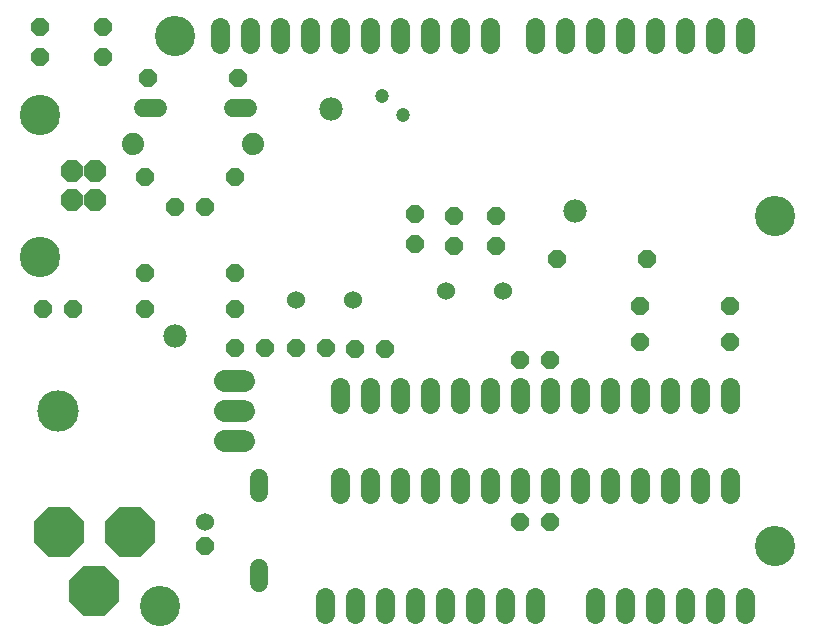
<source format=gbr>
G04 EAGLE Gerber RS-274X export*
G75*
%MOMM*%
%FSLAX34Y34*%
%LPD*%
%INSoldermask Bottom*%
%IPPOS*%
%AMOC8*
5,1,8,0,0,1.08239X$1,22.5*%
G01*
%ADD10C,3.403200*%
%ADD11C,1.103200*%
%ADD12C,1.625600*%
%ADD13C,1.879600*%
%ADD14C,3.505200*%
%ADD15P,1.649562X8X22.500000*%
%ADD16P,1.649562X8X202.500000*%
%ADD17C,1.524000*%
%ADD18P,1.649562X8X292.500000*%
%ADD19C,1.879600*%
%ADD20P,1.649562X8X112.500000*%
%ADD21C,1.524000*%
%ADD22P,4.549502X8X202.500000*%
%ADD23P,4.549502X8X112.500000*%
%ADD24C,2.153200*%
%ADD25P,2.034460X8X292.500000*%
%ADD26C,3.419200*%
%ADD27C,1.203200*%
%ADD28C,1.981200*%


D10*
X139700Y25400D03*
X660400Y76200D03*
X660400Y355600D03*
X152400Y508000D03*
D11*
X190500Y508000D03*
X215900Y508000D03*
X241300Y508000D03*
X266700Y508000D03*
X292100Y508000D03*
X317500Y508000D03*
X342900Y508000D03*
X368300Y508000D03*
X393700Y508000D03*
X419100Y508000D03*
X457200Y508000D03*
X482600Y508000D03*
X508000Y508000D03*
X533400Y508000D03*
X558800Y508000D03*
X584200Y508000D03*
X609600Y508000D03*
X635000Y508000D03*
X622300Y203200D03*
X596900Y203200D03*
X571500Y203200D03*
X546100Y203200D03*
X520700Y203200D03*
X495300Y203200D03*
X469900Y203200D03*
X444500Y203200D03*
X419100Y203200D03*
X393700Y203200D03*
X368300Y203200D03*
X342900Y203200D03*
X317500Y203200D03*
X292100Y203200D03*
X292100Y127000D03*
X317500Y127000D03*
X342900Y127000D03*
X368300Y127000D03*
X393700Y127000D03*
X419100Y127000D03*
X444500Y127000D03*
X469900Y127000D03*
X495300Y127000D03*
X520700Y127000D03*
X546100Y127000D03*
X571500Y127000D03*
X596900Y127000D03*
X622300Y127000D03*
X508000Y25400D03*
X533400Y25400D03*
X558800Y25400D03*
X584200Y25400D03*
X609600Y25400D03*
X635000Y25400D03*
X279400Y25400D03*
X304800Y25400D03*
X330200Y25400D03*
X355600Y25400D03*
X381000Y25400D03*
X406400Y25400D03*
X431800Y25400D03*
X457200Y25400D03*
D12*
X622300Y196088D02*
X622300Y210312D01*
X596900Y210312D02*
X596900Y196088D01*
X571500Y196088D02*
X571500Y210312D01*
X546100Y210312D02*
X546100Y196088D01*
X520700Y196088D02*
X520700Y210312D01*
X495300Y210312D02*
X495300Y196088D01*
X469900Y196088D02*
X469900Y210312D01*
X444500Y210312D02*
X444500Y196088D01*
X419100Y196088D02*
X419100Y210312D01*
X393700Y210312D02*
X393700Y196088D01*
X368300Y196088D02*
X368300Y210312D01*
X342900Y210312D02*
X342900Y196088D01*
X317500Y196088D02*
X317500Y210312D01*
X292100Y210312D02*
X292100Y196088D01*
X292100Y134112D02*
X292100Y119888D01*
X317500Y119888D02*
X317500Y134112D01*
X342900Y134112D02*
X342900Y119888D01*
X368300Y119888D02*
X368300Y134112D01*
X393700Y134112D02*
X393700Y119888D01*
X419100Y119888D02*
X419100Y134112D01*
X444500Y134112D02*
X444500Y119888D01*
X469900Y119888D02*
X469900Y134112D01*
X495300Y134112D02*
X495300Y119888D01*
X520700Y119888D02*
X520700Y134112D01*
X546100Y134112D02*
X546100Y119888D01*
X571500Y119888D02*
X571500Y134112D01*
X596900Y134112D02*
X596900Y119888D01*
X622300Y119888D02*
X622300Y134112D01*
D13*
X211582Y165100D02*
X194818Y165100D01*
X194818Y190500D02*
X211582Y190500D01*
X211582Y215900D02*
X194818Y215900D01*
D14*
X53340Y190500D03*
D15*
X203200Y243840D03*
X228600Y243840D03*
X444500Y96520D03*
X469900Y96520D03*
X476250Y318770D03*
X552450Y318770D03*
X546100Y279400D03*
X622300Y279400D03*
X127000Y276860D03*
X203200Y276860D03*
D16*
X66040Y276860D03*
X40640Y276860D03*
D17*
X430530Y292100D03*
X382270Y292100D03*
D18*
X388620Y355600D03*
X388620Y330200D03*
X424180Y355600D03*
X424180Y330200D03*
D16*
X622300Y248920D03*
X546100Y248920D03*
D15*
X127000Y388620D03*
X203200Y388620D03*
D19*
X116840Y416560D03*
X218440Y416560D03*
D18*
X177800Y76200D03*
D17*
X177800Y96520D03*
D20*
X355600Y331470D03*
X355600Y356870D03*
D16*
X203200Y307340D03*
X127000Y307340D03*
D18*
X91440Y515620D03*
X91440Y490220D03*
D16*
X205740Y472440D03*
X129540Y472440D03*
D18*
X38100Y515620D03*
X38100Y490220D03*
D21*
X125476Y447040D02*
X138684Y447040D01*
X201676Y447040D02*
X214884Y447040D01*
D15*
X152400Y363220D03*
X177800Y363220D03*
D12*
X635000Y500888D02*
X635000Y515112D01*
X609600Y515112D02*
X609600Y500888D01*
X584200Y500888D02*
X584200Y515112D01*
X558800Y515112D02*
X558800Y500888D01*
X533400Y500888D02*
X533400Y515112D01*
X508000Y515112D02*
X508000Y500888D01*
X482600Y500888D02*
X482600Y515112D01*
X457200Y515112D02*
X457200Y500888D01*
X419100Y500888D02*
X419100Y515112D01*
X393700Y515112D02*
X393700Y500888D01*
X368300Y500888D02*
X368300Y515112D01*
X342900Y515112D02*
X342900Y500888D01*
X317500Y500888D02*
X317500Y515112D01*
X292100Y515112D02*
X292100Y500888D01*
X266700Y500888D02*
X266700Y515112D01*
X241300Y515112D02*
X241300Y500888D01*
X215900Y500888D02*
X215900Y515112D01*
X190500Y515112D02*
X190500Y500888D01*
X508000Y32512D02*
X508000Y18288D01*
X533400Y18288D02*
X533400Y32512D01*
X558800Y32512D02*
X558800Y18288D01*
X584200Y18288D02*
X584200Y32512D01*
X609600Y32512D02*
X609600Y18288D01*
X635000Y18288D02*
X635000Y32512D01*
D22*
X84328Y38100D03*
D23*
X114300Y88138D03*
X54356Y88138D03*
D24*
X91948Y38100D03*
X76708Y38100D03*
X54356Y80518D03*
X54356Y95758D03*
X114300Y80518D03*
X114300Y95758D03*
D21*
X223520Y120396D02*
X223520Y133604D01*
X223520Y57404D02*
X223520Y44196D01*
D25*
X85200Y368500D03*
X85200Y393500D03*
X65200Y393500D03*
X65200Y368500D03*
D26*
X38100Y441000D03*
X38100Y321000D03*
D12*
X279400Y32512D02*
X279400Y18288D01*
X304800Y18288D02*
X304800Y32512D01*
X330200Y32512D02*
X330200Y18288D01*
X355600Y18288D02*
X355600Y32512D01*
X381000Y32512D02*
X381000Y18288D01*
X406400Y18288D02*
X406400Y32512D01*
X431800Y32512D02*
X431800Y18288D01*
X457200Y18288D02*
X457200Y32512D01*
D16*
X469900Y233680D03*
X444500Y233680D03*
D17*
X303530Y284480D03*
X255270Y284480D03*
D15*
X255270Y243840D03*
X280670Y243840D03*
X304800Y242570D03*
X330200Y242570D03*
D27*
X345440Y440690D03*
X327660Y457200D03*
D28*
X491490Y359410D03*
X284480Y445770D03*
X152400Y254000D03*
M02*

</source>
